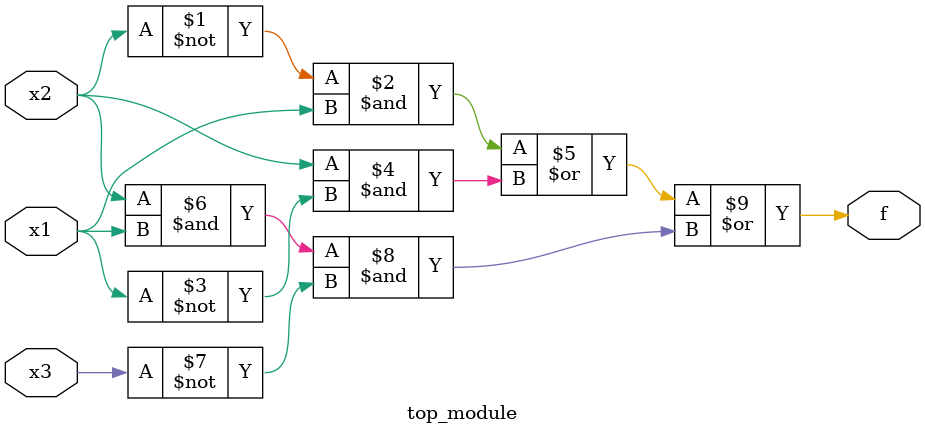
<source format=sv>
module top_module (
	input x3,
	input x2,
	input x1,
	output f
);
// Define the output f based on the input combinations
assign f = ~x2 & x1 | x2 & ~x1 | x2 & x1 & ~x3;
endmodule

</source>
